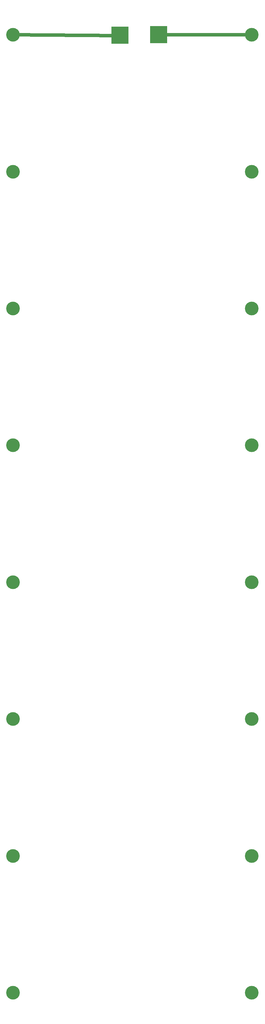
<source format=gbl>
G04 Layer: BottomLayer*
G04 EasyEDA v6.5.47, 2024-11-13 16:13:54*
G04 1c16752ac9c043d0a5978040c22a04db,28dbc4cd0de04f76b295d4d1f3f9c80b,10*
G04 Gerber Generator version 0.2*
G04 Scale: 100 percent, Rotated: No, Reflected: No *
G04 Dimensions in millimeters *
G04 leading zeros omitted , absolute positions ,4 integer and 5 decimal *
%FSLAX45Y45*%
%MOMM*%

%ADD10C,1.0000*%
%ADD11C,4.0000*%

%LPD*%
D10*
X1499997Y-2999994D02*
G01*
X4546600Y-3022600D01*
X8499983Y-2999994D02*
G01*
X6073393Y-2999994D01*
X5854700Y-3009900D01*
G36*
X5515813Y-2747213D02*
G01*
X6015812Y-2747213D01*
X6015812Y-3247212D01*
X5515813Y-3247212D01*
G37*
G36*
X4385513Y-2759913D02*
G01*
X4885512Y-2759913D01*
X4885512Y-3259912D01*
X4385513Y-3259912D01*
G37*
D11*
G01*
X8499983Y-10999978D03*
G01*
X1499997Y-18999962D03*
G01*
X1499997Y-14999970D03*
G01*
X8499983Y-22999954D03*
G01*
X1499997Y-10999978D03*
G01*
X8499983Y-14999970D03*
G01*
X1499997Y-6999986D03*
G01*
X8499983Y-6999986D03*
G01*
X1499997Y-2999994D03*
G01*
X8499983Y-2999994D03*
G01*
X1499997Y-22999954D03*
G01*
X1499997Y-26999945D03*
G01*
X1499997Y-30999938D03*
G01*
X8499983Y-26999945D03*
G01*
X8499983Y-30999938D03*
G01*
X8499983Y-18999962D03*
M02*

</source>
